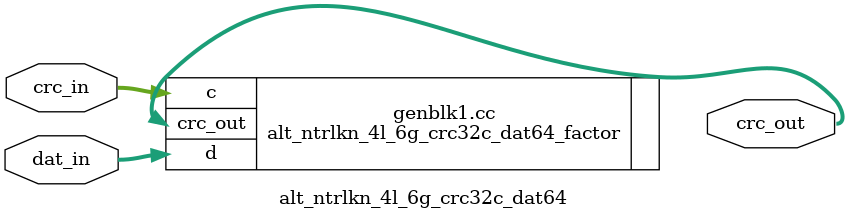
<source format=v>


`timescale 1 ps / 1 ps


module alt_ntrlkn_4l_6g_crc32c_dat64 (
	input[31:0] crc_in,
	input[63:0] dat_in,
	output[31:0] crc_out
);

parameter METHOD = 1;

generate
  if (METHOD == 0)
    alt_ntrlkn_4l_6g_crc32c_dat64_flat cc (.c(crc_in),.d(dat_in),.crc_out(crc_out));
  else
    alt_ntrlkn_4l_6g_crc32c_dat64_factor cc (.c(crc_in),.d(dat_in),.crc_out(crc_out));
endgenerate

endmodule

</source>
